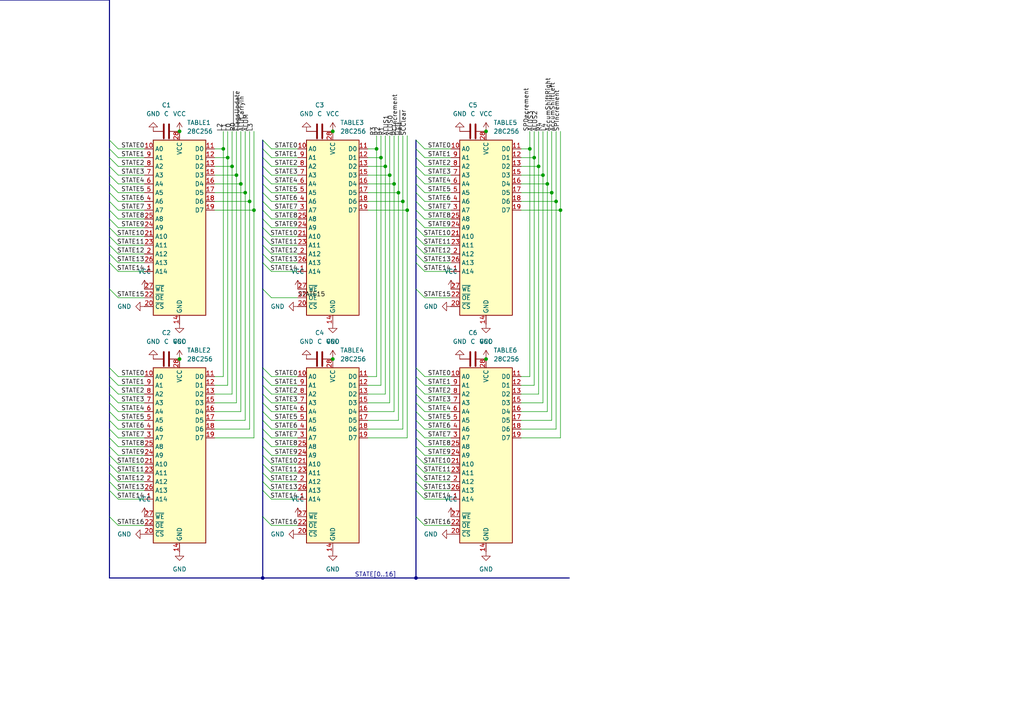
<source format=kicad_sch>
(kicad_sch (version 20250114) (generator "eeschema") (generator_version "9.0")
  (paper "A4")
  (junction (at 162.56 60.96))
  (junction (at 52.07 38.1))
  (junction (at 157.48 50.8))
  (junction (at 140.97 104.14))
  (junction (at 67.31 48.26))
  (junction (at 64.77 43.18))
  (junction (at 96.52 38.1))
  (junction (at 111.76 48.26))
  (junction (at 110.49 45.72))
  (junction (at 115.57 55.88))
  (junction (at 153.67 43.18))
  (junction (at 118.11 60.96))
  (junction (at 111.76 -57.15))
  (junction (at 52.07 104.14))
  (junction (at 76.2 167.64))
  (junction (at 116.84 58.42))
  (junction (at 72.39 58.42))
  (junction (at 161.29 58.42))
  (junction (at 113.03 50.8))
  (junction (at 114.3 53.34))
  (junction (at 120.65 167.64))
  (junction (at 73.66 60.96))
  (junction (at 71.12 55.88))
  (junction (at 160.02 55.88))
  (junction (at 109.22 43.18))
  (junction (at 156.21 48.26))
  (junction (at 96.52 104.14))
  (junction (at 66.04 45.72))
  (junction (at 154.94 45.72))
  (junction (at 158.75 53.34))
  (junction (at -25.4 -57.15))
  (junction (at 140.97 38.1))
  (junction (at 69.85 53.34))
  (junction (at 68.58 50.8))
  (no_connect (at 43.18 -41.91))
  (no_connect (at 40.64 -41.91))
  (no_connect (at 31.75 -41.91))
  (no_connect (at 19.05 -41.91))
  (no_connect (at 3.81 -41.91))
  (no_connect (at 13.97 -72.39))
  (no_connect (at 3.81 -72.39))
  (no_connect (at 93.98 -72.39))
  (no_connect (at -1.27 -41.91))
  (no_connect (at 101.6 -72.39))
  (no_connect (at 11.43 -72.39))
  (no_connect (at -3.81 -41.91))
  (no_connect (at 29.21 -41.91))
  (no_connect (at -12.7 -72.39))
  (no_connect (at -6.35 -41.91))
  (no_connect (at 45.72 -41.91))
  (no_connect (at 24.13 -41.91))
  (no_connect (at 8.89 -72.39))
  (no_connect (at 29.21 -72.39))
  (no_connect (at 26.67 -72.39))
  (no_connect (at 21.59 -72.39))
  (no_connect (at 1.27 -41.91))
  (no_connect (at 21.59 -41.91))
  (no_connect (at -6.35 -72.39))
  (no_connect (at 19.05 -72.39))
  (no_connect (at -1.27 -72.39))
  (no_connect (at 88.9 -72.39))
  (no_connect (at -8.89 -41.91))
  (no_connect (at -15.24 -41.91))
  (no_connect (at 96.52 -72.39))
  (no_connect (at 99.06 -72.39))
  (no_connect (at 86.36 -72.39))
  (no_connect (at 82.55 -72.39))
  (no_connect (at 38.1 -41.91))
  (no_connect (at 24.13 -72.39))
  (no_connect (at 77.47 -72.39))
  (no_connect (at 8.89 -41.91))
  (no_connect (at 1.27 -72.39))
  (no_connect (at 13.97 -41.91))
  (no_connect (at 26.67 -41.91))
  (no_connect (at -3.81 -72.39))
  (no_connect (at -17.78 -41.91))
  (no_connect (at 91.44 -72.39))
  (no_connect (at -8.89 -72.39))
  (no_connect (at 11.43 -41.91))
  (no_connect (at 16.51 -72.39))
  (no_connect (at 104.14 -72.39))
  (no_connect (at -15.24 -72.39))
  (no_connect (at 6.35 -41.91))
  (no_connect (at 16.51 -41.91))
  (no_connect (at -17.78 -72.39))
  (no_connect (at 6.35 -72.39))
  (no_connect (at 80.01 -72.39))
  (no_connect (at 31.75 -72.39))
  (bus_entry (at 40.64 -82.55) (size 2.54 2.54))
  (bus_entry (at 120.65 137.16) (size 2.54 2.54))
  (bus_entry (at 31.75 119.38) (size 2.54 2.54))
  (bus_entry (at 120.65 134.62) (size 2.54 2.54))
  (bus_entry (at 31.75 83.82) (size 2.54 2.54))
  (bus_entry (at 76.2 137.16) (size 2.54 2.54))
  (bus_entry (at 50.8 -82.55) (size 2.54 2.54))
  (bus_entry (at 120.65 116.84) (size 2.54 2.54))
  (bus_entry (at 76.2 48.26) (size 2.54 2.54))
  (bus_entry (at 31.75 139.7) (size 2.54 2.54))
  (bus_entry (at 120.65 132.08) (size 2.54 2.54))
  (bus_entry (at 31.75 111.76) (size 2.54 2.54))
  (bus_entry (at 76.2 129.54) (size 2.54 2.54))
  (bus_entry (at 120.65 55.88) (size 2.54 2.54))
  (bus_entry (at 58.42 -82.55) (size 2.54 2.54))
  (bus_entry (at 76.2 134.62) (size 2.54 2.54))
  (bus_entry (at 76.2 83.82) (size 2.54 2.54))
  (bus_entry (at 76.2 73.66) (size 2.54 2.54))
  (bus_entry (at 31.75 124.46) (size 2.54 2.54))
  (bus_entry (at 120.65 73.66) (size 2.54 2.54))
  (bus_entry (at 31.75 116.84) (size 2.54 2.54))
  (bus_entry (at 76.2 63.5) (size 2.54 2.54))
  (bus_entry (at 45.72 -82.55) (size 2.54 2.54))
  (bus_entry (at 120.65 71.12) (size 2.54 2.54))
  (bus_entry (at 76.2 111.76) (size 2.54 2.54))
  (bus_entry (at 120.65 127) (size 2.54 2.54))
  (bus_entry (at 43.18 -82.55) (size 2.54 2.54))
  (bus_entry (at 76.2 114.3) (size 2.54 2.54))
  (bus_entry (at 31.75 73.66) (size 2.54 2.54))
  (bus_entry (at 120.65 149.86) (size 2.54 2.54))
  (bus_entry (at 53.34 -82.55) (size 2.54 2.54))
  (bus_entry (at 31.75 58.42) (size 2.54 2.54))
  (bus_entry (at 31.75 63.5) (size 2.54 2.54))
  (bus_entry (at 120.65 129.54) (size 2.54 2.54))
  (bus_entry (at 48.26 -82.55) (size 2.54 2.54))
  (bus_entry (at 120.65 66.04) (size 2.54 2.54))
  (bus_entry (at 76.2 106.68) (size 2.54 2.54))
  (bus_entry (at 31.75 137.16) (size 2.54 2.54))
  (bus_entry (at 31.75 66.04) (size 2.54 2.54))
  (bus_entry (at 76.2 121.92) (size 2.54 2.54))
  (bus_entry (at 120.65 48.26) (size 2.54 2.54))
  (bus_entry (at 120.65 109.22) (size 2.54 2.54))
  (bus_entry (at 31.75 71.12) (size 2.54 2.54))
  (bus_entry (at 31.75 45.72) (size 2.54 2.54))
  (bus_entry (at 76.2 55.88) (size 2.54 2.54))
  (bus_entry (at 31.75 48.26) (size 2.54 2.54))
  (bus_entry (at 120.65 60.96) (size 2.54 2.54))
  (bus_entry (at 120.65 40.64) (size 2.54 2.54))
  (bus_entry (at 120.65 139.7) (size 2.54 2.54))
  (bus_entry (at 104.14 -82.55) (size 2.54 2.54))
  (bus_entry (at 120.65 68.58) (size 2.54 2.54))
  (bus_entry (at 120.65 50.8) (size 2.54 2.54))
  (bus_entry (at 38.1 -82.55) (size 2.54 2.54))
  (bus_entry (at 31.75 55.88) (size 2.54 2.54))
  (bus_entry (at 76.2 149.86) (size 2.54 2.54))
  (bus_entry (at 120.65 142.24) (size 2.54 2.54))
  (bus_entry (at 76.2 71.12) (size 2.54 2.54))
  (bus_entry (at 120.65 45.72) (size 2.54 2.54))
  (bus_entry (at 76.2 50.8) (size 2.54 2.54))
  (bus_entry (at 76.2 60.96) (size 2.54 2.54))
  (bus_entry (at 120.65 53.34) (size 2.54 2.54))
  (bus_entry (at 71.12 -82.55) (size 2.54 2.54))
  (bus_entry (at 33.02 -82.55) (size 2.54 2.54))
  (bus_entry (at 63.5 -82.55) (size 2.54 2.54))
  (bus_entry (at 31.75 142.24) (size 2.54 2.54))
  (bus_entry (at 31.75 127) (size 2.54 2.54))
  (bus_entry (at 31.75 50.8) (size 2.54 2.54))
  (bus_entry (at 68.58 -82.55) (size 2.54 2.54))
  (bus_entry (at 120.65 121.92) (size 2.54 2.54))
  (bus_entry (at 76.2 76.2) (size 2.54 2.54))
  (bus_entry (at 120.65 114.3) (size 2.54 2.54))
  (bus_entry (at 76.2 124.46) (size 2.54 2.54))
  (bus_entry (at 76.2 109.22) (size 2.54 2.54))
  (bus_entry (at 31.75 60.96) (size 2.54 2.54))
  (bus_entry (at 120.65 106.68) (size 2.54 2.54))
  (bus_entry (at 31.75 134.62) (size 2.54 2.54))
  (bus_entry (at 31.75 43.18) (size 2.54 2.54))
  (bus_entry (at 76.2 139.7) (size 2.54 2.54))
  (bus_entry (at 120.65 76.2) (size 2.54 2.54))
  (bus_entry (at 31.75 76.2) (size 2.54 2.54))
  (bus_entry (at 76.2 58.42) (size 2.54 2.54))
  (bus_entry (at 55.88 -82.55) (size 2.54 2.54))
  (bus_entry (at 120.65 63.5) (size 2.54 2.54))
  (bus_entry (at 120.65 119.38) (size 2.54 2.54))
  (bus_entry (at 35.56 -82.55) (size 2.54 2.54))
  (bus_entry (at 76.2 53.34) (size 2.54 2.54))
  (bus_entry (at 76.2 127) (size 2.54 2.54))
  (bus_entry (at 76.2 66.04) (size 2.54 2.54))
  (bus_entry (at 66.04 -82.55) (size 2.54 2.54))
  (bus_entry (at 120.65 43.18) (size 2.54 2.54))
  (bus_entry (at 76.2 40.64) (size 2.54 2.54))
  (bus_entry (at 76.2 132.08) (size 2.54 2.54))
  (bus_entry (at 76.2 43.18) (size 2.54 2.54))
  (bus_entry (at 31.75 149.86) (size 2.54 2.54))
  (bus_entry (at 31.75 129.54) (size 2.54 2.54))
  (bus_entry (at 31.75 109.22) (size 2.54 2.54))
  (bus_entry (at 120.65 111.76) (size 2.54 2.54))
  (bus_entry (at 120.65 124.46) (size 2.54 2.54))
  (bus_entry (at 120.65 58.42) (size 2.54 2.54))
  (bus_entry (at 76.2 45.72) (size 2.54 2.54))
  (bus_entry (at 76.2 68.58) (size 2.54 2.54))
  (bus_entry (at 60.96 -82.55) (size 2.54 2.54))
  (bus_entry (at 76.2 119.38) (size 2.54 2.54))
  (bus_entry (at 31.75 132.08) (size 2.54 2.54))
  (bus_entry (at 31.75 121.92) (size 2.54 2.54))
  (bus_entry (at 120.65 83.82) (size 2.54 2.54))
  (bus_entry (at 31.75 68.58) (size 2.54 2.54))
  (bus_entry (at 31.75 40.64) (size 2.54 2.54))
  (bus_entry (at 31.75 106.68) (size 2.54 2.54))
  (bus_entry (at 76.2 116.84) (size 2.54 2.54))
  (bus_entry (at 31.75 53.34) (size 2.54 2.54))
  (bus_entry (at 76.2 142.24) (size 2.54 2.54))
  (bus_entry (at 31.75 114.3) (size 2.54 2.54))
  (wire (pts (xy 34.29 63.5) (xy 41.91 63.5)))
  (wire (pts (xy 78.74 121.92) (xy 86.36 121.92)))
  (wire (pts (xy 123.19 119.38) (xy 130.81 119.38)))
  (wire (pts (xy 34.29 142.24) (xy 41.91 142.24)))
  (wire (pts (xy 106.68 119.38) (xy 114.3 119.38)))
  (bus (pts (xy 76.2 137.16) (xy 76.2 139.7)))
  (wire (pts (xy 78.74 58.42) (xy 86.36 58.42)))
  (bus (pts (xy 31.75 167.64) (xy 76.2 167.64)))
  (wire (pts (xy 160.02 121.92) (xy 151.13 121.92)))
  (bus (pts (xy 31.75 71.12) (xy 31.75 73.66)))
  (wire (pts (xy 123.19 73.66) (xy 130.81 73.66)))
  (wire (pts (xy 62.23 55.88) (xy 71.12 55.88)))
  (wire (pts (xy 158.75 38.1) (xy 158.75 53.34)))
  (bus (pts (xy 76.2 127) (xy 76.2 129.54)))
  (wire (pts (xy 123.19 48.26) (xy 130.81 48.26)))
  (wire (pts (xy 68.58 -72.39) (xy 68.58 -80.01)))
  (wire (pts (xy 116.84 58.42) (xy 116.84 124.46)))
  (wire (pts (xy 34.29 152.4) (xy 41.91 152.4)))
  (wire (pts (xy 34.29 111.76) (xy 41.91 111.76)))
  (wire (pts (xy 151.13 109.22) (xy 153.67 109.22)))
  (wire (pts (xy 34.29 144.78) (xy 41.91 144.78)))
  (wire (pts (xy 106.68 60.96) (xy 118.11 60.96)))
  (wire (pts (xy 67.31 114.3) (xy 67.31 48.26)))
  (wire (pts (xy 123.19 111.76) (xy 130.81 111.76)))
  (bus (pts (xy 31.75 129.54) (xy 31.75 132.08)))
  (bus (pts (xy 31.75 149.86) (xy 31.75 167.64)))
  (wire (pts (xy 34.29 114.3) (xy 41.91 114.3)))
  (wire (pts (xy 123.19 78.74) (xy 130.81 78.74)))
  (bus (pts (xy 58.42 -82.55) (xy 55.88 -82.55)))
  (wire (pts (xy 78.74 152.4) (xy 86.36 152.4)))
  (wire (pts (xy 62.23 50.8) (xy 68.58 50.8)))
  (wire (pts (xy 158.75 53.34) (xy 158.75 119.38)))
  (wire (pts (xy 78.74 109.22) (xy 86.36 109.22)))
  (bus (pts (xy 120.65 167.64) (xy 165.1 167.64)))
  (wire (pts (xy 34.29 60.96) (xy 41.91 60.96)))
  (wire (pts (xy 34.29 127) (xy 41.91 127)))
  (wire (pts (xy 123.19 45.72) (xy 130.81 45.72)))
  (bus (pts (xy 31.75 127) (xy 31.75 129.54)))
  (wire (pts (xy 123.19 50.8) (xy 130.81 50.8)))
  (wire (pts (xy 78.74 48.26) (xy 86.36 48.26)))
  (wire (pts (xy 110.49 39.37) (xy 110.49 45.72)))
  (wire (pts (xy 66.04 38.1) (xy 66.04 45.72)))
  (wire (pts (xy 111.76 39.37) (xy 111.76 48.26)))
  (wire (pts (xy 34.29 55.88) (xy 41.91 55.88)))
  (bus (pts (xy 31.75 106.68) (xy 31.75 109.22)))
  (wire (pts (xy 78.74 134.62) (xy 86.36 134.62)))
  (wire (pts (xy 64.77 38.1) (xy 64.77 43.18)))
  (wire (pts (xy 34.29 43.18) (xy 41.91 43.18)))
  (wire (pts (xy 40.64 -72.39) (xy 40.64 -80.01)))
  (wire (pts (xy 64.77 43.18) (xy 64.77 109.22)))
  (wire (pts (xy 118.11 127) (xy 106.68 127)))
  (wire (pts (xy 123.19 152.4) (xy 130.81 152.4)))
  (bus (pts (xy 31.75 114.3) (xy 31.75 116.84)))
  (wire (pts (xy 34.29 137.16) (xy 41.91 137.16)))
  (wire (pts (xy 110.49 45.72) (xy 110.49 111.76)))
  (wire (pts (xy 123.19 53.34) (xy 130.81 53.34)))
  (bus (pts (xy 76.2 55.88) (xy 76.2 58.42)))
  (wire (pts (xy 116.84 58.42) (xy 106.68 58.42)))
  (wire (pts (xy 111.76 48.26) (xy 106.68 48.26)))
  (bus (pts (xy 120.65 73.66) (xy 120.65 76.2)))
  (bus (pts (xy 31.75 40.64) (xy 31.75 43.18)))
  (wire (pts (xy 151.13 114.3) (xy 156.21 114.3)))
  (wire (pts (xy 114.3 53.34) (xy 114.3 119.38)))
  (wire (pts (xy 115.57 55.88) (xy 115.57 121.92)))
  (wire (pts (xy 158.75 53.34) (xy 151.13 53.34)))
  (wire (pts (xy 72.39 58.42) (xy 62.23 58.42)))
  (wire (pts (xy 154.94 45.72) (xy 154.94 111.76)))
  (wire (pts (xy 160.02 55.88) (xy 160.02 121.92)))
  (bus (pts (xy 120.65 40.64) (xy 120.65 43.18)))
  (wire (pts (xy 110.49 111.76) (xy 106.68 111.76)))
  (wire (pts (xy 34.29 86.36) (xy 41.91 86.36)))
  (wire (pts (xy 151.13 55.88) (xy 160.02 55.88)))
  (wire (pts (xy 115.57 39.37) (xy 115.57 55.88)))
  (wire (pts (xy 151.13 50.8) (xy 157.48 50.8)))
  (wire (pts (xy 34.29 71.12) (xy 41.91 71.12)))
  (wire (pts (xy 34.29 73.66) (xy 41.91 73.66)))
  (wire (pts (xy 123.19 109.22) (xy 130.81 109.22)))
  (wire (pts (xy 113.03 116.84) (xy 106.68 116.84)))
  (wire (pts (xy 153.67 43.18) (xy 151.13 43.18)))
  (bus (pts (xy 120.65 63.5) (xy 120.65 66.04)))
  (wire (pts (xy 34.29 78.74) (xy 41.91 78.74)))
  (bus (pts (xy 76.2 40.64) (xy 76.2 43.18)))
  (wire (pts (xy 78.74 111.76) (xy 86.36 111.76)))
  (bus (pts (xy 120.65 106.68) (xy 120.65 109.22)))
  (wire (pts (xy 73.66 38.1) (xy 73.66 60.96)))
  (wire (pts (xy 34.29 129.54) (xy 41.91 129.54)))
  (bus (pts (xy 76.2 114.3) (xy 76.2 116.84)))
  (bus (pts (xy 120.65 43.18) (xy 120.65 45.72)))
  (wire (pts (xy 123.19 43.18) (xy 130.81 43.18)))
  (wire (pts (xy 34.29 139.7) (xy 41.91 139.7)))
  (wire (pts (xy 69.85 53.34) (xy 62.23 53.34)))
  (bus (pts (xy 120.65 83.82) (xy 120.65 106.68)))
  (bus (pts (xy 120.65 68.58) (xy 120.65 71.12)))
  (wire (pts (xy 78.74 71.12) (xy 86.36 71.12)))
  (wire (pts (xy 62.23 114.3) (xy 67.31 114.3)))
  (bus (pts (xy 76.2 68.58) (xy 76.2 71.12)))
  (wire (pts (xy 123.19 76.2) (xy 130.81 76.2)))
  (bus (pts (xy 120.65 111.76) (xy 120.65 114.3)))
  (bus (pts (xy 76.2 60.96) (xy 76.2 63.5)))
  (wire (pts (xy 34.29 45.72) (xy 41.91 45.72)))
  (wire (pts (xy 34.29 50.8) (xy 41.91 50.8)))
  (bus (pts (xy 76.2 119.38) (xy 76.2 121.92)))
  (wire (pts (xy 157.48 50.8) (xy 157.48 116.84)))
  (wire (pts (xy 109.22 43.18) (xy 109.22 109.22)))
  (wire (pts (xy 43.18 -72.39) (xy 43.18 -80.01)))
  (wire (pts (xy 71.12 -72.39) (xy 71.12 -80.01)))
  (wire (pts (xy 109.22 39.37) (xy 109.22 43.18)))
  (bus (pts (xy 120.65 119.38) (xy 120.65 121.92)))
  (wire (pts (xy 157.48 38.1) (xy 157.48 50.8)))
  (wire (pts (xy 123.19 129.54) (xy 130.81 129.54)))
  (bus (pts (xy 50.8 -82.55) (xy 48.26 -82.55)))
  (bus (pts (xy 120.65 114.3) (xy 120.65 116.84)))
  (wire (pts (xy 72.39 38.1) (xy 72.39 58.42)))
  (wire (pts (xy 78.74 45.72) (xy 86.36 45.72)))
  (wire (pts (xy 78.74 50.8) (xy 86.36 50.8)))
  (bus (pts (xy 31.75 142.24) (xy 31.75 149.86)))
  (wire (pts (xy 123.19 132.08) (xy 130.81 132.08)))
  (wire (pts (xy 34.29 76.2) (xy 41.91 76.2)))
  (bus (pts (xy 31.75 60.96) (xy 31.75 63.5)))
  (wire (pts (xy 151.13 60.96) (xy 162.56 60.96)))
  (wire (pts (xy 66.04 -72.39) (xy 66.04 -80.01)))
  (wire (pts (xy 78.74 119.38) (xy 86.36 119.38)))
  (wire (pts (xy 62.23 60.96) (xy 73.66 60.96)))
  (bus (pts (xy 31.75 50.8) (xy 31.75 53.34)))
  (wire (pts (xy 123.19 63.5) (xy 130.81 63.5)))
  (wire (pts (xy 118.11 60.96) (xy 118.11 127)))
  (wire (pts (xy 78.74 139.7) (xy 86.36 139.7)))
  (wire (pts (xy 73.66 60.96) (xy 73.66 127)))
  (wire (pts (xy 162.56 38.1) (xy 162.56 60.96)))
  (wire (pts (xy 123.19 86.36) (xy 130.81 86.36)))
  (bus (pts (xy 120.65 124.46) (xy 120.65 127)))
  (bus (pts (xy 76.2 45.72) (xy 76.2 48.26)))
  (bus (pts (xy 76.2 109.22) (xy 76.2 111.76)))
  (bus (pts (xy 76.2 43.18) (xy 76.2 45.72)))
  (wire (pts (xy 106.68 45.72) (xy 110.49 45.72)))
  (bus (pts (xy 76.2 116.84) (xy 76.2 119.38)))
  (bus (pts (xy 31.75 55.88) (xy 31.75 58.42)))
  (wire (pts (xy 78.74 68.58) (xy 86.36 68.58)))
  (bus (pts (xy 76.2 83.82) (xy 76.2 106.68)))
  (bus (pts (xy 31.75 132.08) (xy 31.75 134.62)))
  (wire (pts (xy 118.11 39.37) (xy 118.11 60.96)))
  (wire (pts (xy 78.74 60.96) (xy 86.36 60.96)))
  (wire (pts (xy 66.04 45.72) (xy 66.04 111.76)))
  (bus (pts (xy 31.75 121.92) (xy 31.75 124.46)))
  (bus (pts (xy 120.65 116.84) (xy 120.65 119.38)))
  (wire (pts (xy 68.58 116.84) (xy 62.23 116.84)))
  (wire (pts (xy 161.29 58.42) (xy 161.29 124.46)))
  (bus (pts (xy 120.65 134.62) (xy 120.65 137.16)))
  (wire (pts (xy 69.85 53.34) (xy 69.85 119.38)))
  (bus (pts (xy 31.75 0) (xy -58.42 0)))
  (bus (pts (xy 76.2 129.54) (xy 76.2 132.08)))
  (wire (pts (xy 78.74 78.74) (xy 86.36 78.74)))
  (bus (pts (xy 45.72 -82.55) (xy 43.18 -82.55)))
  (bus (pts (xy 120.65 45.72) (xy 120.65 48.26)))
  (wire (pts (xy 55.88 -72.39) (xy 55.88 -80.01)))
  (wire (pts (xy 106.68 50.8) (xy 113.03 50.8)))
  (wire (pts (xy 34.29 134.62) (xy 41.91 134.62)))
  (wire (pts (xy 62.23 124.46) (xy 72.39 124.46)))
  (bus (pts (xy 31.75 58.42) (xy 31.75 60.96)))
  (bus (pts (xy 120.65 58.42) (xy 120.65 60.96)))
  (wire (pts (xy 48.26 -72.39) (xy 48.26 -80.01)))
  (wire (pts (xy 78.74 124.46) (xy 86.36 124.46)))
  (wire (pts (xy 62.23 119.38) (xy 69.85 119.38)))
  (bus (pts (xy 31.75 124.46) (xy 31.75 127)))
  (bus (pts (xy 31.75 111.76) (xy 31.75 114.3)))
  (wire (pts (xy 114.3 53.34) (xy 106.68 53.34)))
  (bus (pts (xy 76.2 58.42) (xy 76.2 60.96)))
  (wire (pts (xy 35.56 -72.39) (xy 35.56 -80.01)))
  (wire (pts (xy 78.74 127) (xy 86.36 127)))
  (bus (pts (xy 60.96 -82.55) (xy 58.42 -82.55)))
  (bus (pts (xy 120.65 142.24) (xy 120.65 149.86)))
  (bus (pts (xy 43.18 -82.55) (xy 40.64 -82.55)))
  (bus (pts (xy 31.75 66.04) (xy 31.75 68.58)))
  (wire (pts (xy 153.67 43.18) (xy 153.67 109.22)))
  (wire (pts (xy 123.19 60.96) (xy 130.81 60.96)))
  (wire (pts (xy 34.29 124.46) (xy 41.91 124.46)))
  (wire (pts (xy 154.94 38.1) (xy 154.94 45.72)))
  (wire (pts (xy 34.29 109.22) (xy 41.91 109.22)))
  (wire (pts (xy 73.66 -72.39) (xy 73.66 -80.01)))
  (bus (pts (xy 120.65 129.54) (xy 120.65 132.08)))
  (wire (pts (xy 78.74 142.24) (xy 86.36 142.24)))
  (wire (pts (xy 34.29 121.92) (xy 41.91 121.92)))
  (wire (pts (xy 69.85 38.1) (xy 69.85 53.34)))
  (wire (pts (xy 160.02 38.1) (xy 160.02 55.88)))
  (wire (pts (xy 162.56 127) (xy 151.13 127)))
  (bus (pts (xy 76.2 71.12) (xy 76.2 73.66)))
  (wire (pts (xy 78.74 66.04) (xy 86.36 66.04)))
  (bus (pts (xy 31.75 137.16) (xy 31.75 139.7)))
  (wire (pts (xy 161.29 38.1) (xy 161.29 58.42)))
  (wire (pts (xy 153.67 38.1) (xy 153.67 43.18)))
  (wire (pts (xy 78.74 114.3) (xy 86.36 114.3)))
  (wire (pts (xy 156.21 38.1) (xy 156.21 48.26)))
  (wire (pts (xy 78.74 76.2) (xy 86.36 76.2)))
  (wire (pts (xy 106.68 114.3) (xy 111.76 114.3)))
  (wire (pts (xy 151.13 119.38) (xy 158.75 119.38)))
  (bus (pts (xy -58.42 -82.55) (xy -58.42 0)))
  (bus (pts (xy 120.65 76.2) (xy 120.65 83.82)))
  (bus (pts (xy 76.2 48.26) (xy 76.2 50.8)))
  (bus (pts (xy 68.58 -82.55) (xy 66.04 -82.55)))
  (wire (pts (xy 34.29 132.08) (xy 41.91 132.08)))
  (bus (pts (xy 76.2 73.66) (xy 76.2 76.2)))
  (bus (pts (xy 63.5 -82.55) (xy 60.96 -82.55)))
  (wire (pts (xy 106.68 55.88) (xy 115.57 55.88)))
  (wire (pts (xy 34.29 68.58) (xy 41.91 68.58)))
  (bus (pts (xy 31.75 116.84) (xy 31.75 119.38)))
  (wire (pts (xy 78.74 137.16) (xy 86.36 137.16)))
  (wire (pts (xy 60.96 -72.39) (xy 60.96 -80.01)))
  (bus (pts (xy 76.2 66.04) (xy 76.2 68.58)))
  (bus (pts (xy 40.64 -82.55) (xy 38.1 -82.55)))
  (wire (pts (xy 115.57 121.92) (xy 106.68 121.92)))
  (wire (pts (xy 114.3 39.37) (xy 114.3 53.34)))
  (wire (pts (xy 111.76 114.3) (xy 111.76 48.26)))
  (wire (pts (xy 71.12 121.92) (xy 62.23 121.92)))
  (wire (pts (xy 78.74 86.36) (xy 86.36 86.36)))
  (wire (pts (xy 66.04 111.76) (xy 62.23 111.76)))
  (wire (pts (xy 123.19 114.3) (xy 130.81 114.3)))
  (bus (pts (xy 120.65 50.8) (xy 120.65 53.34)))
  (wire (pts (xy 78.74 63.5) (xy 86.36 63.5)))
  (wire (pts (xy 161.29 58.42) (xy 151.13 58.42)))
  (wire (pts (xy 78.74 116.84) (xy 86.36 116.84)))
  (bus (pts (xy 76.2 76.2) (xy 76.2 83.82)))
  (wire (pts (xy 78.74 129.54) (xy 86.36 129.54)))
  (wire (pts (xy 78.74 73.66) (xy 86.36 73.66)))
  (wire (pts (xy 123.19 139.7) (xy 130.81 139.7)))
  (wire (pts (xy 63.5 -72.39) (xy 63.5 -80.01)))
  (bus (pts (xy 48.26 -82.55) (xy 45.72 -82.55)))
  (bus (pts (xy 31.75 83.82) (xy 31.75 106.68)))
  (bus (pts (xy 31.75 134.62) (xy 31.75 137.16)))
  (bus (pts (xy 120.65 109.22) (xy 120.65 111.76)))
  (bus (pts (xy 120.65 132.08) (xy 120.65 134.62)))
  (wire (pts (xy 68.58 50.8) (xy 68.58 116.84)))
  (wire (pts (xy 34.29 119.38) (xy 41.91 119.38)))
  (bus (pts (xy 76.2 106.68) (xy 76.2 109.22)))
  (wire (pts (xy 116.84 39.37) (xy 116.84 58.42)))
  (wire (pts (xy 123.19 71.12) (xy 130.81 71.12)))
  (bus (pts (xy 120.65 121.92) (xy 120.65 124.46)))
  (wire (pts (xy 123.19 121.92) (xy 130.81 121.92)))
  (wire (pts (xy 34.29 48.26) (xy 41.91 48.26)))
  (wire (pts (xy 123.19 134.62) (xy 130.81 134.62)))
  (bus (pts (xy 76.2 63.5) (xy 76.2 66.04)))
  (wire (pts (xy 62.23 109.22) (xy 64.77 109.22)))
  (wire (pts (xy 78.74 144.78) (xy 86.36 144.78)))
  (wire (pts (xy 123.19 58.42) (xy 130.81 58.42)))
  (bus (pts (xy 31.75 73.66) (xy 31.75 76.2)))
  (bus (pts (xy 71.12 -82.55) (xy 68.58 -82.55)))
  (wire (pts (xy 113.03 39.37) (xy 113.03 50.8)))
  (bus (pts (xy 31.75 119.38) (xy 31.75 121.92)))
  (wire (pts (xy 78.74 55.88) (xy 86.36 55.88)))
  (bus (pts (xy 76.2 111.76) (xy 76.2 114.3)))
  (wire (pts (xy 106.68 109.22) (xy 109.22 109.22)))
  (wire (pts (xy 71.12 38.1) (xy 71.12 55.88)))
  (bus (pts (xy 76.2 134.62) (xy 76.2 137.16)))
  (wire (pts (xy 123.19 66.04) (xy 130.81 66.04)))
  (wire (pts (xy 123.19 116.84) (xy 130.81 116.84)))
  (wire (pts (xy 50.8 -72.39) (xy 50.8 -80.01)))
  (bus (pts (xy 76.2 121.92) (xy 76.2 124.46)))
  (wire (pts (xy 72.39 58.42) (xy 72.39 124.46)))
  (wire (pts (xy 45.72 -72.39) (xy 45.72 -80.01)))
  (bus (pts (xy 53.34 -82.55) (xy 50.8 -82.55)))
  (wire (pts (xy 162.56 60.96) (xy 162.56 127)))
  (wire (pts (xy 156.21 48.26) (xy 151.13 48.26)))
  (bus (pts (xy 120.65 53.34) (xy 120.65 55.88)))
  (wire (pts (xy 123.19 142.24) (xy 130.81 142.24)))
  (bus (pts (xy 55.88 -82.55) (xy 53.34 -82.55)))
  (bus (pts (xy 76.2 132.08) (xy 76.2 134.62)))
  (bus (pts (xy 76.2 167.64) (xy 120.65 167.64)))
  (bus (pts (xy 31.75 76.2) (xy 31.75 83.82)))
  (wire (pts (xy 151.13 45.72) (xy 154.94 45.72)))
  (wire (pts (xy 106.68 -80.01) (xy 106.68 -72.39)))
  (bus (pts (xy 120.65 48.26) (xy 120.65 50.8)))
  (bus (pts (xy 120.65 149.86) (xy 120.65 167.64)))
  (wire (pts (xy 123.19 55.88) (xy 130.81 55.88)))
  (wire (pts (xy 106.68 124.46) (xy 116.84 124.46)))
  (bus (pts (xy 120.65 139.7) (xy 120.65 142.24)))
  (bus (pts (xy 76.2 149.86) (xy 76.2 167.64)))
  (bus (pts (xy 120.65 60.96) (xy 120.65 63.5)))
  (wire (pts (xy 34.29 58.42) (xy 41.91 58.42)))
  (bus (pts (xy 120.65 137.16) (xy 120.65 139.7)))
  (bus (pts (xy 31.75 68.58) (xy 31.75 71.12)))
  (wire (pts (xy 67.31 48.26) (xy 62.23 48.26)))
  (bus (pts (xy 120.65 71.12) (xy 120.65 73.66)))
  (bus (pts (xy 31.75 48.26) (xy 31.75 50.8)))
  (bus (pts (xy 120.65 127) (xy 120.65 129.54)))
  (bus (pts (xy 31.75 40.64) (xy 31.75 0)))
  (bus (pts (xy 31.75 109.22) (xy 31.75 111.76)))
  (wire (pts (xy 73.66 127) (xy 62.23 127)))
  (bus (pts (xy 76.2 142.24) (xy 76.2 149.86)))
  (wire (pts (xy 78.74 53.34) (xy 86.36 53.34)))
  (bus (pts (xy 76.2 124.46) (xy 76.2 127)))
  (wire (pts (xy 34.29 66.04) (xy 41.91 66.04)))
  (bus (pts (xy 66.04 -82.55) (xy 63.5 -82.55)))
  (bus (pts (xy 31.75 43.18) (xy 31.75 45.72)))
  (wire (pts (xy 123.19 137.16) (xy 130.81 137.16)))
  (bus (pts (xy 31.75 45.72) (xy 31.75 48.26)))
  (wire (pts (xy 109.22 43.18) (xy 106.68 43.18)))
  (wire (pts (xy 154.94 111.76) (xy 151.13 111.76)))
  (wire (pts (xy 68.58 38.1) (xy 68.58 50.8)))
  (wire (pts (xy 156.21 114.3) (xy 156.21 48.26)))
  (wire (pts (xy 78.74 132.08) (xy 86.36 132.08)))
  (wire (pts (xy 151.13 124.46) (xy 161.29 124.46)))
  (wire (pts (xy 34.29 53.34) (xy 41.91 53.34)))
  (wire (pts (xy 53.34 -72.39) (xy 53.34 -80.01)))
  (bus (pts (xy 71.12 -82.55) (xy 104.14 -82.55)))
  (bus (pts (xy 31.75 139.7) (xy 31.75 142.24)))
  (wire (pts (xy 123.19 68.58) (xy 130.81 68.58)))
  (wire (pts (xy 64.77 43.18) (xy 62.23 43.18)))
  (wire (pts (xy 113.03 50.8) (xy 113.03 116.84)))
  (bus (pts (xy 120.65 66.04) (xy 120.65 68.58)))
  (wire (pts (xy 38.1 -72.39) (xy 38.1 -80.01)))
  (bus (pts (xy 76.2 53.34) (xy 76.2 55.88)))
  (wire (pts (xy 67.31 38.1) (xy 67.31 48.26)))
  (wire (pts (xy 62.23 45.72) (xy 66.04 45.72)))
  (wire (pts (xy 78.74 43.18) (xy 86.36 43.18)))
  (bus (pts (xy 31.75 63.5) (xy 31.75 66.04)))
  (bus (pts (xy 76.2 50.8) (xy 76.2 53.34)))
  (wire (pts (xy 71.12 55.88) (xy 71.12 121.92)))
  (bus (pts (xy 33.02 -82.55) (xy -58.42 -82.55)))
  (bus (pts (xy 35.56 -82.55) (xy 33.02 -82.55)))
  (wire (pts (xy 58.42 -72.39) (xy 58.42 -80.01)))
  (wire (pts (xy 157.48 116.84) (xy 151.13 116.84)))
  (wire (pts (xy 123.19 124.46) (xy 130.81 124.46)))
  (bus (pts (xy 38.1 -82.55) (xy 35.56 -82.55)))
  (wire (pts (xy 123.19 127) (xy 130.81 127)))
  (bus (pts (xy 31.75 53.34) (xy 31.75 55.88)))
  (bus (pts (xy 76.2 139.7) (xy 76.2 142.24)))
  (wire (pts (xy 123.19 144.78) (xy 130.81 144.78)))
  (wire (pts (xy 34.29 116.84) (xy 41.91 116.84)))
  (bus (pts (xy 120.65 55.88) (xy 120.65 58.42)))
  (label "L0" (at 101.6 -41.91 270))
  (label "STATE8" (at 130.81 63.5 180))
  (label "R0" (at 83.82 -41.91 270))
  (label "STATE2" (at 130.81 48.26 180))
  (label "L2" (at 64.77 38.1 90))
  (label "AccumShiftLeft" (at 50.8 -41.91 270))
  (label "R1" (at 111.76 39.37 90))
  (label "STATE3" (at 66.04 -72.39 90))
  (label "STATE6" (at 130.81 58.42 180))
  (label "STATE5" (at 41.91 121.92 180))
  (label "STATE4" (at 130.81 53.34 180))
  (label "~{Halt}" (at 116.84 39.37 90))
  (label "STATE0" (at 73.66 -72.39 90))
  (label "STATE0" (at 86.36 109.22 180))
  (label "STATE8" (at 53.34 -72.39 90))
  (label "R3" (at 76.2 -41.91 270))
  (label "STATE11" (at 86.36 71.12 180))
  (label "STATE11" (at 130.81 71.12 180))
  (label "STATE6" (at 86.36 58.42 180))
  (label "PCIncrement" (at 68.58 -41.91 270))
  (label "STATE7" (at 41.91 60.96 180))
  (label "STATE16" (at 86.36 152.4 180))
  (label "STATE7" (at 55.88 -72.39 90))
  (label "STATE14" (at 41.91 78.74 180))
  (label "STATE15" (at 130.81 86.36 180))
  (label "STATE2" (at 86.36 48.26 180))
  (label "STATE14" (at 86.36 144.78 180))
  (label "STATE2" (at 68.58 -72.39 90))
  (label "R4" (at 104.14 -41.91 270))
  (label "STATE13" (at 86.36 142.24 180))
  (label "STATE13" (at 41.91 76.2 180))
  (label "R0" (at 68.58 38.1 90))
  (label "STATE9" (at 86.36 132.08 180))
  (label "~{FlagsUpdate}" (at 69.85 38.1 90))
  (label "STATE10" (at 130.81 134.62 180))
  (label "STATE7" (at 41.91 127 180))
  (label "STATE10" (at 86.36 134.62 180))
  (label "STATE12" (at 41.91 73.66 180))
  (label "STATE3" (at 86.36 116.84 180))
  (label "STATE11" (at 45.72 -72.39 90))
  (label "STATE3" (at 130.81 116.84 180))
  (label "STATE11" (at 130.81 137.16 180))
  (label "STATE14" (at 41.91 144.78 180))
  (label "L1" (at 66.04 38.1 90))
  (label "STATE3" (at 41.91 116.84 180))
  (label "~{FlagsUpdate}" (at 86.36 -41.91 270))
  (label "R3" (at 109.22 39.37 90))
  (label "STATE13" (at 40.64 -72.39 90))
  (label "ALUS0" (at 66.04 -41.91 270))
  (label "L3" (at 93.98 -41.91 270))
  (label "STATE1" (at 71.12 -72.39 90))
  (label "STATE6" (at 58.42 -72.39 90))
  (label "STATE11" (at 41.91 71.12 180))
  (label "STATE0" (at 130.81 43.18 180))
  (label "AccumShiftLeft" (at 161.29 38.1 90))
  (label "AccumShiftRight" (at 48.26 -41.91 270))
  (label "STATE1" (at 130.81 45.72 180))
  (label "STATE6" (at 41.91 124.46 180))
  (label "STATE0" (at 41.91 43.18 180))
  (label "~{Halt}" (at 71.12 -41.91 270))
  (label "R2" (at 78.74 -41.91 270))
  (label "STATE11" (at 41.91 137.16 180))
  (label "L0" (at 67.31 38.1 90))
  (label "~{ALUCarryIn}" (at 71.12 38.1 90))
  (label "STATE0" (at 86.36 43.18 180))
  (label "L3" (at 73.66 38.1 90))
  (label "STATE5" (at 60.96 -72.39 90))
  (label "STATE14" (at 130.81 144.78 180))
  (label "STATE12" (at 86.36 73.66 180))
  (label "STATE9" (at 41.91 66.04 180))
  (label "STATE16" (at 130.81 152.4 180))
  (label "STATE0" (at 41.91 109.22 180))
  (label "ALUS3" (at 154.94 38.1 90))
  (label "ALUS0" (at 114.3 39.37 90))
  (label "ALUS2" (at 156.21 38.1 90))
  (label "STATE4" (at 41.91 53.34 180))
  (label "ALUS3" (at 58.42 -41.91 270))
  (label "ALUS1" (at 63.5 -41.91 270))
  (label "STATE5" (at 130.81 55.88 180))
  (label "STATE10" (at 41.91 68.58 180))
  (label "ALUS1" (at 113.03 39.37 90))
  (label "~{SCClear}" (at 73.66 -41.91 270))
  (label "STATE5" (at 41.91 55.88 180))
  (label "~{ALUCarryIn}" (at 88.9 -41.91 270))
  (label "STATE1" (at 130.81 111.76 180))
  (label "STATE4" (at 130.81 119.38 180))
  (label "STATE15" (at 86.36 86.36 0))
  (label "STATE9" (at 50.8 -72.39 90))
  (label "STATE8" (at 86.36 129.54 180))
  (label "STATE10" (at 41.91 134.62 180))
  (label "STATE9" (at 130.81 66.04 180))
  (label "STATE1" (at 41.91 45.72 180))
  (label "STATE12" (at 43.18 -72.39 90))
  (label "L1" (at 99.06 -41.91 270))
  (label "SPIncrement" (at 53.34 -41.91 270))
  (label "STATE7" (at 130.81 127 180))
  (label "STATE14" (at 130.81 78.74 180))
  (label "STATE8" (at 86.36 63.5 180))
  (label "L4" (at 158.75 38.1 90))
  (label "STATE12" (at 130.81 139.7 180))
  (label "STATE5" (at 86.36 121.92 180))
  (label "STATE2" (at 86.36 114.3 180))
  (label "SPDecrement" (at 55.88 -41.91 270))
  (label "STATE8" (at 130.81 129.54 180))
  (label "SPDecrement" (at 153.67 38.1 90))
  (label "ALUM" (at 91.44 -41.91 270))
  (label "STATE3" (at 41.91 50.8 180))
  (label "STATE5" (at 86.36 55.88 180))
  (label "STATE16" (at 41.91 152.4 180))
  (label "STATE15" (at 35.56 -72.39 90))
  (label "STATE3" (at 130.81 50.8 180))
  (label "STATE12" (at 41.91 139.7 180))
  (label "STATE1" (at 41.91 111.76 180))
  (label "STATE12" (at 130.81 73.66 180))
  (label "STATE10" (at 130.81 68.58 180))
  (label "STATE0" (at 130.81 109.22 180))
  (label "AccumShiftRight" (at 160.02 38.1 90))
  (label "STATE4" (at 41.91 119.38 180))
  (label "STATE2" (at 41.91 114.3 180))
  (label "STATE2" (at 41.91 48.26 180))
  (label "R4" (at 157.48 38.1 90))
  (label "STATE6" (at 41.91 58.42 180))
  (label "~{SCClear}" (at 118.11 39.37 90))
  (label "STATE9" (at 41.91 132.08 180))
  (label "ALUM" (at 72.39 38.1 90))
  (label "STATE6" (at 86.36 124.46 180))
  (label "STATE5" (at 130.81 121.92 180))
  (label "STATE8" (at 41.91 129.54 180))
  (label "STATE14" (at 38.1 -72.39 90))
  (label "L2" (at 96.52 -41.91 270))
  (label "STATE13" (at 130.81 76.2 180))
  (label "PCIncrement" (at 115.57 39.37 90))
  (label "SPIncrement" (at 162.56 38.1 90))
  (label "STATE3" (at 86.36 50.8 180))
  (label "STATE12" (at 86.36 139.7 180))
  (label "STATE10" (at 86.36 68.58 180))
  (label "STATE8" (at 41.91 63.5 180))
  (label "STATE15" (at 41.91 86.36 180))
  (label "STATE1" (at 86.36 45.72 180))
  (label "STATE14" (at 86.36 78.74 180))
  (label "STATE7" (at 86.36 60.96 180))
  (label "STATE7" (at 130.81 60.96 180))
  (label "STATE11" (at 86.36 137.16 180))
  (label "STATE10" (at 48.26 -72.39 90))
  (label "ALUS2" (at 60.96 -41.91 270))
  (label "STATE9" (at 86.36 66.04 180))
  (label "STATE4" (at 86.36 53.34 180))
  (label "STATE16" (at 106.68 -72.39 90))
  (label "STATE7" (at 86.36 127 180))
  (label "STATE9" (at 130.81 132.08 180))
  (label "L4" (at 106.68 -41.91 270))
  (label "STATE6" (at 130.81 124.46 180))
  (label "STATE13" (at 41.91 142.24 180))
  (label "STATE2" (at 130.81 114.3 180))
  (label "R1" (at 81.28 -41.91 270))
  (label "R2" (at 110.49 39.37 90))
  (label "STATE4" (at 63.5 -72.39 90))
  (label "STATE[0..16]" (at 102.87 167.64 0))
  (label "STATE1" (at 86.36 111.76 180))
  (label "STATE4" (at 86.36 119.38 180))
  (label "STATE13" (at 130.81 142.24 180))
  (label "STATE13" (at 86.36 76.2 180))
  (symbol (lib_id "power:GND") (at 133.35 38.1 180) (unit 1)
    (property "Reference" "#PWR079" (effects (hide yes)))
    (property "Value" "GND" (at 133.35 33.02 0))
    (property "Description" "Power symbol creates a global label with name \"GND\" , ground" (effects (hide yes)))
  )
  (symbol (lib_id "Device:C") (at 48.26 104.14 270) (unit 1)
    (property "Reference" "C2" (at 48.26 96.52 90))
    (property "Value" "C" (at 48.26 99.06 90))
    (property "Footprint" "Capacitor_THT:C_Disc_D5.0mm_W2.5mm_P2.50mm" (effects (hide yes)))
    (property "Description" "Unpolarized capacitor" (effects (hide yes)))
  )
  (symbol (lib_id "Memory_EEPROM:28C256") (at 140.97 66.04 0) (unit 1)
    (property "Reference" "TABLE5" (at 143.1133 35.56 0) (effects (justify left)))
    (property "Value" "28C256" (at 143.1133 38.1 0) (effects (justify left)))
    (property "Footprint" "Package_DIP:DIP-28_W15.24mm_Socket_LongPads" (effects (hide yes)))
    (property "Datasheet" "http://ww1.microchip.com/downloads/en/DeviceDoc/doc0006.pdf" (effects (hide yes)))
    (property "Description" "Paged Parallel EEPROM 256Kb (32K x 8), DIP-28/SOIC-28" (effects (hide yes)))
  )
  (symbol (lib_id "Memory_EEPROM:28C256") (at 140.97 132.08 0) (unit 1)
    (property "Reference" "TABLE6" (at 143.1133 101.6 0) (effects (justify left)))
    (property "Value" "28C256" (at 143.1133 104.14 0) (effects (justify left)))
    (property "Footprint" "Package_DIP:DIP-28_W15.24mm_Socket_LongPads" (effects (hide yes)))
    (property "Datasheet" "http://ww1.microchip.com/downloads/en/DeviceDoc/doc0006.pdf" (effects (hide yes)))
    (property "Description" "Paged Parallel EEPROM 256Kb (32K x 8), DIP-28/SOIC-28" (effects (hide yes)))
  )
  (symbol (lib_id "power:GND") (at 130.81 88.9 270) (unit 1)
    (property "Reference" "#PWR018" (effects (hide yes)))
    (property "Value" "GND" (at 127 88.8999 90) (effects (justify right)))
    (property "Description" "Power symbol creates a global label with name \"GND\" , ground" (effects (hide yes)))
  )
  (symbol (lib_id "power:GND") (at 41.91 88.9 270) (unit 1)
    (property "Reference" "#PWR02" (effects (hide yes)))
    (property "Value" "GND" (at 38.1 88.8999 90) (effects (justify right)))
    (property "Description" "Power symbol creates a global label with name \"GND\" , ground" (effects (hide yes)))
  )
  (symbol (lib_id "power:VCC") (at 96.52 104.14 0) (unit 1)
    (property "Reference" "#PWR015" (effects (hide yes)))
    (property "Value" "VCC" (at 96.52 99.06 0))
    (property "Description" "Power symbol creates a global label with name \"VCC\"" (effects (hide yes)))
  )
  (symbol (lib_id "power:VCC") (at 111.76 -57.15 270) (unit 1)
    (property "Reference" "#PWR025" (effects (hide yes)))
    (property "Value" "VCC" (at 116.84 -57.15 0))
    (property "Description" "Power symbol creates a global label with name \"VCC\"" (effects (hide yes)))
  )
  (symbol (lib_id "power:VCC") (at 130.81 149.86 0) (unit 1)
    (property "Reference" "#PWR019" (effects (hide yes)))
    (property "Value" "VCC" (at 130.81 144.78 0))
    (property "Description" "Power symbol creates a global label with name \"VCC\"" (effects (hide yes)))
  )
  (symbol (lib_id "power:GND") (at 111.76 -49.53 0) (unit 1)
    (property "Reference" "#PWR026" (effects (hide yes)))
    (property "Value" "GND" (at 111.76 -43.18 0))
    (property "Description" "Power symbol creates a global label with name \"GND\" , ground" (effects (hide yes)))
  )
  (symbol (lib_id "power:VCC") (at 86.36 149.86 0) (unit 1)
    (property "Reference" "#PWR011" (effects (hide yes)))
    (property "Value" "VCC" (at 86.36 144.78 0))
    (property "Description" "Power symbol creates a global label with name \"VCC\"" (effects (hide yes)))
  )
  (symbol (lib_id "power:VCC") (at 96.52 38.1 0) (unit 1)
    (property "Reference" "#PWR013" (effects (hide yes)))
    (property "Value" "VCC" (at 96.52 33.02 0))
    (property "Description" "Power symbol creates a global label with name \"VCC\"" (effects (hide yes)))
  )
  (symbol (lib_id "power:GND") (at 88.9 104.14 180) (unit 1)
    (property "Reference" "#PWR078" (effects (hide yes)))
    (property "Value" "GND" (at 88.9 99.06 0))
    (property "Description" "Power symbol creates a global label with name \"GND\" , ground" (effects (hide yes)))
  )
  (symbol (lib_id "Device:C") (at 111.76 -53.34 0) (unit 1)
    (property "Reference" "C7" (at 115.57 -54.6101 0) (effects (justify left)))
    (property "Value" "C" (at 115.57 -52.0701 0) (effects (justify left)))
    (property "Footprint" "Capacitor_THT:C_Radial_D6.3mm_H5.0mm_P2.50mm" (effects (hide yes)))
    (property "Description" "Unpolarized capacitor" (effects (hide yes)))
  )
  (symbol (lib_id "power:VCC") (at 86.36 83.82 0) (unit 1)
    (property "Reference" "#PWR09" (effects (hide yes)))
    (property "Value" "VCC" (at 86.36 78.74 0))
    (property "Description" "Power symbol creates a global label with name \"VCC\"" (effects (hide yes)))
  )
  (symbol (lib_id "power:VCC") (at 52.07 38.1 0) (unit 1)
    (property "Reference" "#PWR04" (effects (hide yes)))
    (property "Value" "VCC" (at 52.07 33.02 0))
    (property "Description" "Power symbol creates a global label with name \"VCC\"" (effects (hide yes)))
  )
  (symbol (lib_id "Device:C") (at 92.71 104.14 270) (unit 1)
    (property "Reference" "C4" (at 92.71 96.52 90))
    (property "Value" "C" (at 92.71 99.06 90))
    (property "Footprint" "Capacitor_THT:C_Disc_D5.0mm_W2.5mm_P2.50mm" (effects (hide yes)))
    (property "Description" "Unpolarized capacitor" (effects (hide yes)))
  )
  (symbol (lib_id "power:GND") (at 86.36 88.9 270) (unit 1)
    (property "Reference" "#PWR010" (effects (hide yes)))
    (property "Value" "GND" (at 82.55 88.8999 90) (effects (justify right)))
    (property "Description" "Power symbol creates a global label with name \"GND\" , ground" (effects (hide yes)))
  )
  (symbol (lib_id "power:GND") (at 44.45 104.14 180) (unit 1)
    (property "Reference" "#PWR068" (effects (hide yes)))
    (property "Value" "GND" (at 44.45 99.06 0))
    (property "Description" "Power symbol creates a global label with name \"GND\" , ground" (effects (hide yes)))
  )
  (symbol (lib_id "power:GND") (at 96.52 160.02 0) (unit 1)
    (property "Reference" "#PWR016" (effects (hide yes)))
    (property "Value" "GND" (at 96.52 165.1 0))
    (property "Description" "Power symbol creates a global label with name \"GND\" , ground" (effects (hide yes)))
  )
  (symbol (lib_id "power:VCC") (at 41.91 149.86 0) (unit 1)
    (property "Reference" "#PWR05" (effects (hide yes)))
    (property "Value" "VCC" (at 41.91 144.78 0))
    (property "Description" "Power symbol creates a global label with name \"VCC\"" (effects (hide yes)))
  )
  (symbol (lib_id "power:GND") (at 133.35 104.14 180) (unit 1)
    (property "Reference" "#PWR080" (effects (hide yes)))
    (property "Value" "GND" (at 133.35 99.06 0))
    (property "Description" "Power symbol creates a global label with name \"GND\" , ground" (effects (hide yes)))
  )
  (symbol (lib_id "power:PWR_FLAG") (at -25.4 -57.15 180) (unit 1)
    (property "Reference" "#FLG02" (effects (hide yes)))
    (property "Value" "PWR_FLAG" (at -25.4 -50.8 0))
    (property "Description" "Special symbol for telling ERC where power comes from" (effects (hide yes)))
  )
  (symbol (lib_id "power:PWR_FLAG") (at 111.76 -57.15 0) (unit 1)
    (property "Reference" "#FLG01" (effects (hide yes)))
    (property "Value" "PWR_FLAG" (at 111.76 -60.96 0))
    (property "Description" "Special symbol for telling ERC where power comes from" (effects (hide yes)))
  )
  (symbol (lib_id "power:VCC") (at 41.91 83.82 0) (unit 1)
    (property "Reference" "#PWR01" (effects (hide yes)))
    (property "Value" "VCC" (at 41.91 78.74 0))
    (property "Description" "Power symbol creates a global label with name \"VCC\"" (effects (hide yes)))
  )
  (symbol (lib_id "Memory_EEPROM:28C256") (at 96.52 66.04 0) (unit 1)
    (property "Reference" "TABLE3" (at 98.6633 35.56 0) (effects (justify left)))
    (property "Value" "28C256" (at 98.6633 38.1 0) (effects (justify left)))
    (property "Footprint" "Package_DIP:DIP-28_W15.24mm_Socket_LongPads" (effects (hide yes)))
    (property "Datasheet" "http://ww1.microchip.com/downloads/en/DeviceDoc/doc0006.pdf" (effects (hide yes)))
    (property "Description" "Paged Parallel EEPROM 256Kb (32K x 8), DIP-28/SOIC-28" (effects (hide yes)))
  )
  (symbol (lib_id "Memory_EEPROM:28C256") (at 96.52 132.08 0) (unit 1)
    (property "Reference" "TABLE4" (at 98.6633 101.6 0) (effects (justify left)))
    (property "Value" "28C256" (at 98.6633 104.14 0) (effects (justify left)))
    (property "Footprint" "Package_DIP:DIP-28_W15.24mm_Socket_LongPads" (effects (hide yes)))
    (property "Datasheet" "http://ww1.microchip.com/downloads/en/DeviceDoc/doc0006.pdf" (effects (hide yes)))
    (property "Description" "Paged Parallel EEPROM 256Kb (32K x 8), DIP-28/SOIC-28" (effects (hide yes)))
  )
  (symbol (lib_id "power:VCC") (at 130.81 83.82 0) (unit 1)
    (property "Reference" "#PWR017" (effects (hide yes)))
    (property "Value" "VCC" (at 130.81 78.74 0))
    (property "Description" "Power symbol creates a global label with name \"VCC\"" (effects (hide yes)))
  )
  (symbol (lib_id "power:GND") (at 41.91 154.94 270) (unit 1)
    (property "Reference" "#PWR06" (effects (hide yes)))
    (property "Value" "GND" (at 38.1 154.9399 90) (effects (justify right)))
    (property "Description" "Power symbol creates a global label with name \"GND\" , ground" (effects (hide yes)))
  )
  (symbol (lib_id "power:GND") (at 52.07 160.02 0) (unit 1)
    (property "Reference" "#PWR08" (effects (hide yes)))
    (property "Value" "GND" (at 52.07 165.1 0))
    (property "Description" "Power symbol creates a global label with name \"GND\" , ground" (effects (hide yes)))
  )
  (symbol (lib_id "cpu816symbols:BusConnector") (at 43.18 -57.15 270) (mirror x) (unit 1)
    (property "Reference" "BC2" (at -27.94 -62.5954 90))
    (property "Value" "BusConnector" (at -27.94 -60.0554 90))
    (property "Footprint" "Connector_PCBEdge:BUS_PCIexpress_x16" (effects (hide yes)))
    (property "Description" "PCI Express bus connector" (effects (hide yes)))
  )
  (symbol (lib_id "power:GND") (at 96.52 93.98 0) (unit 1)
    (property "Reference" "#PWR014" (effects (hide yes)))
    (property "Value" "GND" (at 96.52 99.06 0))
    (property "Description" "Power symbol creates a global label with name \"GND\" , ground" (effects (hide yes)))
  )
  (symbol (lib_id "Device:C") (at 92.71 38.1 270) (unit 1)
    (property "Reference" "C3" (at 92.71 30.48 90))
    (property "Value" "C" (at 92.71 33.02 90))
    (property "Footprint" "Capacitor_THT:C_Disc_D5.0mm_W2.5mm_P2.50mm" (effects (hide yes)))
    (property "Description" "Unpolarized capacitor" (effects (hide yes)))
  )
  (symbol (lib_id "Device:C") (at 137.16 38.1 270) (unit 1)
    (property "Reference" "C5" (at 137.16 30.48 90))
    (property "Value" "C" (at 137.16 33.02 90))
    (property "Footprint" "Capacitor_THT:C_Disc_D5.0mm_W2.5mm_P2.50mm" (effects (hide yes)))
    (property "Description" "Unpolarized capacitor" (effects (hide yes)))
  )
  (symbol (lib_id "power:GND") (at 130.81 154.94 270) (unit 1)
    (property "Reference" "#PWR020" (effects (hide yes)))
    (property "Value" "GND" (at 127 154.9399 90) (effects (justify right)))
    (property "Description" "Power symbol creates a global label with name \"GND\" , ground" (effects (hide yes)))
  )
  (symbol (lib_id "Device:C") (at 137.16 104.14 270) (unit 1)
    (property "Reference" "C6" (at 137.16 96.52 90))
    (property "Value" "C" (at 137.16 99.06 90))
    (property "Footprint" "Capacitor_THT:C_Disc_D5.0mm_W2.5mm_P2.50mm" (effects (hide yes)))
    (property "Description" "Unpolarized capacitor" (effects (hide yes)))
  )
  (symbol (lib_id "power:GND") (at 140.97 160.02 0) (unit 1)
    (property "Reference" "#PWR024" (effects (hide yes)))
    (property "Value" "GND" (at 140.97 165.1 0))
    (property "Description" "Power symbol creates a global label with name \"GND\" , ground" (effects (hide yes)))
  )
  (symbol (lib_id "power:GND") (at 88.9 38.1 180) (unit 1)
    (property "Reference" "#PWR077" (effects (hide yes)))
    (property "Value" "GND" (at 88.9 33.02 0))
    (property "Description" "Power symbol creates a global label with name \"GND\" , ground" (effects (hide yes)))
  )
  (symbol (lib_id "power:GND") (at 86.36 154.94 270) (unit 1)
    (property "Reference" "#PWR012" (effects (hide yes)))
    (property "Value" "GND" (at 82.55 154.9399 90) (effects (justify right)))
    (property "Description" "Power symbol creates a global label with name \"GND\" , ground" (effects (hide yes)))
  )
  (symbol (lib_id "Device:C") (at 48.26 38.1 270) (unit 1)
    (property "Reference" "C1" (at 48.26 30.48 90))
    (property "Value" "C" (at 48.26 33.02 90))
    (property "Footprint" "Capacitor_THT:C_Disc_D5.0mm_W2.5mm_P2.50mm" (effects (hide yes)))
    (property "Description" "Unpolarized capacitor" (effects (hide yes)))
  )
  (symbol (lib_id "power:GND") (at 52.07 93.98 0) (unit 1)
    (property "Reference" "#PWR03" (effects (hide yes)))
    (property "Value" "GND" (at 52.07 99.06 0))
    (property "Description" "Power symbol creates a global label with name \"GND\" , ground" (effects (hide yes)))
  )
  (symbol (lib_id "Memory_EEPROM:28C256") (at 52.07 132.08 0) (unit 1)
    (property "Reference" "TABLE2" (at 54.2133 101.6 0) (effects (justify left)))
    (property "Value" "28C256" (at 54.2133 104.14 0) (effects (justify left)))
    (property "Footprint" "Package_DIP:DIP-28_W15.24mm_Socket_LongPads" (effects (hide yes)))
    (property "Datasheet" "http://ww1.microchip.com/downloads/en/DeviceDoc/doc0006.pdf" (effects (hide yes)))
    (property "Description" "Paged Parallel EEPROM 256Kb (32K x 8), DIP-28/SOIC-28" (effects (hide yes)))
  )
  (symbol (lib_id "power:GND") (at -25.4 -57.15 270) (unit 1)
    (property "Reference" "#PWR039" (effects (hide yes)))
    (property "Value" "GND" (at -26.67 -59.69 90))
    (property "Description" "Power symbol creates a global label with name \"GND\" , ground" (effects (hide yes)))
  )
  (symbol (lib_id "Memory_EEPROM:28C256") (at 52.07 66.04 0) (unit 1)
    (property "Reference" "TABLE1" (at 54.2133 35.56 0) (effects (justify left)))
    (property "Value" "28C256" (at 54.2133 38.1 0) (effects (justify left)))
    (property "Footprint" "Package_DIP:DIP-28_W15.24mm_Socket_LongPads" (effects (hide yes)))
    (property "Datasheet" "http://ww1.microchip.com/downloads/en/DeviceDoc/doc0006.pdf" (effects (hide yes)))
    (property "Description" "Paged Parallel EEPROM 256Kb (32K x 8), DIP-28/SOIC-28" (effects (hide yes)))
  )
  (symbol (lib_id "power:GND") (at 140.97 93.98 0) (unit 1)
    (property "Reference" "#PWR022" (effects (hide yes)))
    (property "Value" "GND" (at 140.97 99.06 0))
    (property "Description" "Power symbol creates a global label with name \"GND\" , ground" (effects (hide yes)))
  )
  (symbol (lib_id "power:GND") (at 44.45 38.1 180) (unit 1)
    (property "Reference" "#PWR059" (effects (hide yes)))
    (property "Value" "GND" (at 44.45 33.02 0))
    (property "Description" "Power symbol creates a global label with name \"GND\" , ground" (effects (hide yes)))
  )
  (symbol (lib_id "power:VCC") (at 52.07 104.14 0) (unit 1)
    (property "Reference" "#PWR07" (effects (hide yes)))
    (property "Value" "VCC" (at 52.07 99.06 0))
    (property "Description" "Power symbol creates a global label with name \"VCC\"" (effects (hide yes)))
  )
  (symbol (lib_id "power:VCC") (at 140.97 38.1 0) (unit 1)
    (property "Reference" "#PWR021" (effects (hide yes)))
    (property "Value" "VCC" (at 140.97 33.02 0))
    (property "Description" "Power symbol creates a global label with name \"VCC\"" (effects (hide yes)))
  )
  (symbol (lib_id "power:VCC") (at 140.97 104.14 0) (unit 1)
    (property "Reference" "#PWR023" (effects (hide yes)))
    (property "Value" "VCC" (at 140.97 99.06 0))
    (property "Description" "Power symbol creates a global label with name \"VCC\"" (effects (hide yes)))
  )
)
</source>
